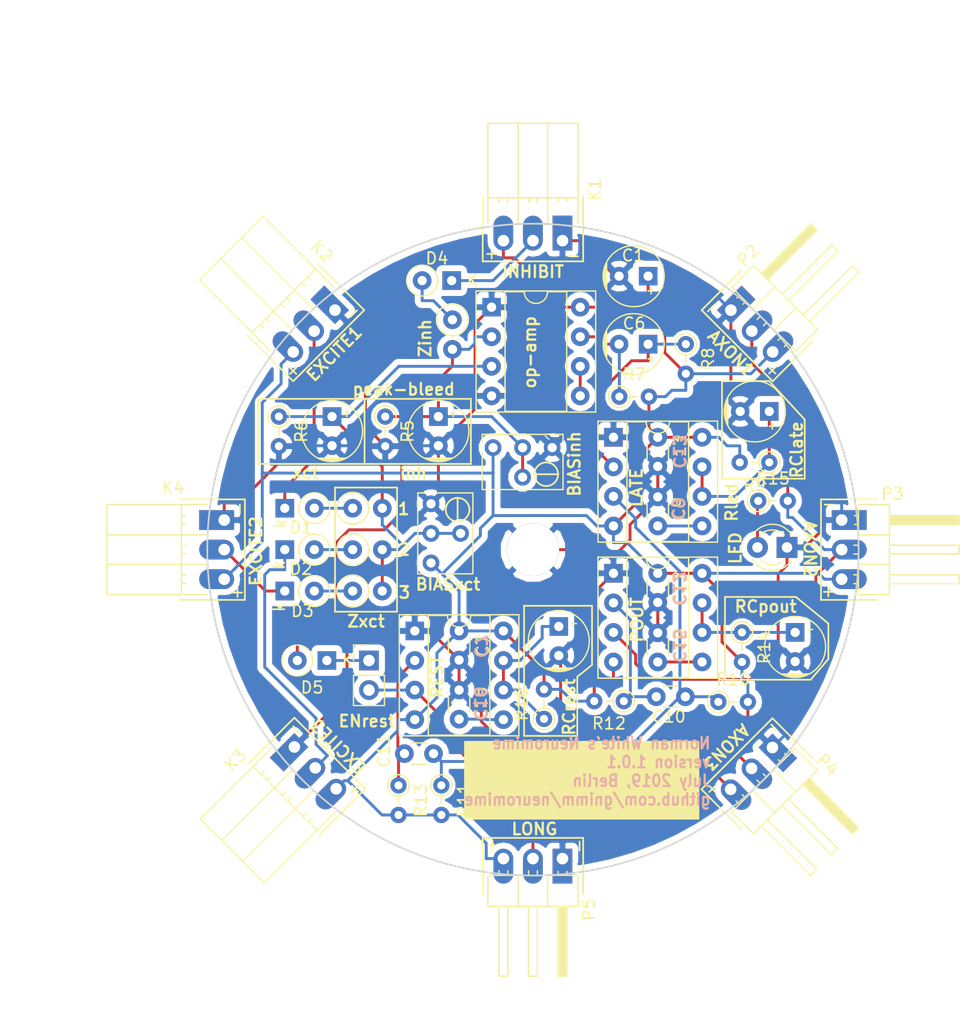
<source format=kicad_pcb>
(kicad_pcb (version 20171130) (host pcbnew 5.0.2-bee76a0~70~ubuntu18.04.1)
  (layers (0 F.Cu signal) (31 B.Cu signal hide) (34 B.Paste user hide) (35 F.Paste user hide) (36 B.SilkS user) (37 F.SilkS user) (38 B.Mask user) (39 F.Mask user) (44 Edge.Cuts user))
  (net 0 "")
  (net 1 GND)
  (net 2 VCC)
  (net 3 refractory)
  (net 4 "Net-(C5-Pad1)")
  (net 5 "Net-(C6-Pad1)")
  (net 6 "Net-(C6-Pad2)")
  (net 7 "Net-(C8-Pad1)")
  (net 8 "Net-(C9-Pad1)")
  (net 9 "Net-(C10-Pad2)")
  (net 10 "Net-(C10-Pad1)")
  (net 11 "Net-(C11-Pad1)")
  (net 12 "Net-(C15-Pad1)")
  (net 13 "Net-(C16-Pad1)")
  (net 14 "Net-(C17-Pad1)")
  (net 15 "Net-(D1-Pad2)")
  (net 16 "Net-(D1-Pad1)")
  (net 17 "Net-(D2-Pad1)")
  (net 18 "Net-(D2-Pad2)")
  (net 19 "Net-(D3-Pad2)")
  (net 20 "Net-(D3-Pad1)")
  (net 21 "Net-(D4-Pad1)")
  (net 22 "Net-(D4-Pad2)")
  (net 23 "Net-(D5-Pad1)")
  (net 24 "Net-(D6-Pad2)")
  (net 25 "Net-(P2-Pad2)")
  (net 26 "Net-(P5-Pad2)")
  (net 27 "Net-(U1-Pad5)")
  (net 28 "Net-(C14-Pad1)")
  (module flemming_feetprint_2016:CP_Radial_D5.0mm_P2.50mm_positive_symbol_inside (layer F.Cu) (at 170.32 38.1255 180)
    (fp_text reference C8 hide)
    (fp_text value Clate)
    (pad 2 thru_hole circle (at 2.5 0 180) (size 1.6 1.6) (drill 0.8) (layers *.Cu *.Mask) (net 1 GND))
    (pad 1 thru_hole rect (at 0 0 180) (size 1.6 1.6) (drill 0.8) (layers *.Cu *.Mask) (net 7 "Net-(C8-Pad1)"))
  )
  (module flemming_feetprint_2016:CP_Radial_D5.0mm_P2.50mm_positive_symbol_inside (layer F.Cu) (at 159.906 26.505 180)
    (fp_text reference C1 (at 1.2935 1.778 180) (layer F.SilkS))
    (fp_text value 10uF)
    (pad 2 thru_hole circle (at 2.5 0 180) (size 1.6 1.6) (drill 0.8) (layers *.Cu *.Mask) (net 1 GND))
    (pad 1 thru_hole rect (at 0 0 180) (size 1.6 1.6) (drill 0.8) (layers *.Cu *.Mask) (net 2 VCC))
  )
  (module flemming_feetprint_2016:CP_Radial_D5.0mm_P2.50mm_positive_symbol_inside (layer F.Cu) (at 141.872 38.57 270)
    (fp_text reference C4 hide)
    (fp_text value Cpk_inh)
    (pad 2 thru_hole circle (at 2.5 0 270) (size 1.6 1.6) (drill 0.8) (layers *.Cu *.Mask) (net 1 GND))
    (pad 1 thru_hole rect (at 0 0 270) (size 1.6 1.6) (drill 0.8) (layers *.Cu *.Mask) (net 3 refractory))
  )
  (module flemming_feetprint_2016:CP_Radial_D5.0mm_P2.50mm_positive_symbol_inside (layer F.Cu) (at 132.728 38.57 270)
    (fp_text reference C5 hide)
    (fp_text value Cpk_exct)
    (pad 2 thru_hole circle (at 2.5 0 270) (size 1.6 1.6) (drill 0.8) (layers *.Cu *.Mask) (net 1 GND))
    (pad 1 thru_hole rect (at 0 0 270) (size 1.6 1.6) (drill 0.8) (layers *.Cu *.Mask) (net 4 "Net-(C5-Pad1)"))
  )
  (module flemming_feetprint_2016:CP_Radial_D5.0mm_P2.50mm_positive_symbol_inside (layer F.Cu) (at 159.906 32.347 180)
    (fp_text reference C6 (at 1.2065 1.778) (layer F.SilkS))
    (fp_text value 1uF)
    (pad 2 thru_hole circle (at 2.5 0 180) (size 1.6 1.6) (drill 0.8) (layers *.Cu *.Mask) (net 6 "Net-(C6-Pad2)"))
    (pad 1 thru_hole rect (at 0 0 180) (size 1.6 1.6) (drill 0.8) (layers *.Cu *.Mask) (net 5 "Net-(C6-Pad1)"))
  )
  (module flemming_feetprint_2016:CP_Radial_D5.0mm_P2.50mm_positive_symbol_inside (layer F.Cu) (at 172.542 57.112 270)
    (fp_text reference C14 hide)
    (fp_text value Cpout)
    (pad 2 thru_hole circle (at 2.5 0 270) (size 1.6 1.6) (drill 0.8) (layers *.Cu *.Mask) (net 1 GND))
    (pad 1 thru_hole rect (at 0 0 270) (size 1.6 1.6) (drill 0.8) (layers *.Cu *.Mask) (net 28 "Net-(C14-Pad1)"))
  )
  (module flemming_feetprint_2016:CP_Radial_D5.0mm_P2.50mm_positive_symbol_inside (layer F.Cu) (at 152.222 56.604 270)
    (fp_text reference C17 hide)
    (fp_text value Crest)
    (pad 2 thru_hole circle (at 2.5 0 270) (size 1.6 1.6) (drill 0.8) (layers *.Cu *.Mask) (net 1 GND))
    (pad 1 thru_hole rect (at 0 0 270) (size 1.6 1.6) (drill 0.8) (layers *.Cu *.Mask) (net 14 "Net-(C17-Pad1)"))
  )
  (module flemming_feetprint_2016:PinSocket_1x03_P2.54mm_Horizontal_elongated (layer F.Cu) (at 152.54 23.457 270)
    (fp_text reference K1 (at -4.38 -2.77 270) (layer F.SilkS))
    (fp_text value inhibit)
    (fp_text user + (at 1.143 6.1595 270) (layer F.SilkS))
    (fp_text user - (at 1.27 -0.9525) (layer F.SilkS))
    (pad 3 thru_hole oval (at 0 5.08 270) (size 3 1.7) (drill 1 (offset -0.65 0)) (layers *.Cu *.Mask) (net 2 VCC))
    (pad 2 thru_hole oval (at 0 2.54 270) (size 3 1.7) (drill 1 (offset -0.65 0)) (layers *.Cu *.Mask) (net 21 "Net-(D4-Pad1)"))
    (pad 1 thru_hole rect (at 0 0 270) (size 3 1.7) (drill 1 (offset -0.65 0)) (layers *.Cu *.Mask) (net 1 GND))
  )
  (module flemming_feetprint_2016:PinSocket_1x03_P2.54mm_Horizontal_elongated (layer F.Cu) (at 132.982 29.426 315)
    (fp_text reference K2 (at -4.38 -2.77 315) (layer F.SilkS))
    (fp_text value excite)
    (fp_text user + (at 1.143 6.1595 315) (layer F.SilkS))
    (fp_text user - (at 1.27 -0.9525 45) (layer F.SilkS))
    (pad 3 thru_hole oval (at 0 5.079999 315) (size 3 1.7) (drill 1 (offset -0.65 0)) (layers *.Cu *.Mask) (net 2 VCC))
    (pad 2 thru_hole oval (at 0 2.54 315) (size 3 1.7) (drill 1 (offset -0.65 0)) (layers *.Cu *.Mask) (net 16 "Net-(D1-Pad1)"))
    (pad 1 thru_hole rect (at 0 0 315) (size 3 1.7) (drill 1 (offset -0.65 0)) (layers *.Cu *.Mask) (net 1 GND))
  )
  (module flemming_feetprint_2016:PinSocket_1x03_P2.54mm_Horizontal_elongated (layer F.Cu) (at 129.49 66.9545 45)
    (fp_text reference K3 (at -4.38 -2.77 45) (layer F.SilkS))
    (fp_text value excite)
    (fp_text user + (at 1.143 6.1595 45) (layer F.SilkS))
    (fp_text user - (at 1.27 -0.9525 135) (layer F.SilkS))
    (pad 3 thru_hole oval (at 0 5.079999 45) (size 3 1.7) (drill 1 (offset -0.65 0)) (layers *.Cu *.Mask) (net 2 VCC))
    (pad 2 thru_hole oval (at 0 2.54 45) (size 3 1.7) (drill 1 (offset -0.65 0)) (layers *.Cu *.Mask) (net 17 "Net-(D2-Pad1)"))
    (pad 1 thru_hole rect (at 0 0 45) (size 3 1.7) (drill 1 (offset -0.65 0)) (layers *.Cu *.Mask) (net 1 GND))
  )
  (module flemming_feetprint_2016:PinSocket_1x03_P2.54mm_Horizontal_elongated (layer F.Cu) (at 123.457 47.46)
    (fp_text reference K4 (at -4.38 -2.77) (layer F.SilkS))
    (fp_text value excite)
    (fp_text user + (at 1.143 6.1595) (layer F.SilkS))
    (fp_text user - (at 1.27 -0.9525 90) (layer F.SilkS))
    (pad 3 thru_hole oval (at 0 5.08) (size 3 1.7) (drill 1 (offset -0.65 0)) (layers *.Cu *.Mask) (net 2 VCC))
    (pad 2 thru_hole oval (at 0 2.54) (size 3 1.7) (drill 1 (offset -0.65 0)) (layers *.Cu *.Mask) (net 20 "Net-(D3-Pad1)"))
    (pad 1 thru_hole rect (at 0 0) (size 3 1.7) (drill 1 (offset -0.65 0)) (layers *.Cu *.Mask) (net 1 GND))
  )
  (module flemming_feetprint_2016:R_Axial_DIN0207_L6.3mm_D2.5mm_P2.54mm_Vertical_pad_numbers_reversed (layer F.Cu) (at 134.506 50)
    (fp_text reference R2 hide)
    (fp_text value Zxct)
    (pad 1 thru_hole oval (at 2.54 0) (size 1.6 1.6) (drill 0.8) (layers *.Cu *.Mask) (net 4 "Net-(C5-Pad1)"))
    (pad 2 thru_hole circle (at 0 0) (size 1.6 1.6) (drill 0.8) (layers *.Cu *.Mask) (net 18 "Net-(D2-Pad2)"))
  )
  (module flemming_feetprint_2016:R_Axial_DIN0207_L6.3mm_D2.5mm_P2.54mm_Vertical_pad_numbers_reversed (layer F.Cu) (at 134.506 46.444)
    (fp_text reference R1 hide)
    (fp_text value Zxct)
    (pad 1 thru_hole oval (at 2.54 0) (size 1.6 1.6) (drill 0.8) (layers *.Cu *.Mask) (net 4 "Net-(C5-Pad1)"))
    (pad 2 thru_hole circle (at 0 0) (size 1.6 1.6) (drill 0.8) (layers *.Cu *.Mask) (net 15 "Net-(D1-Pad2)"))
  )
  (module flemming_feetprint_2016:R_Axial_DIN0207_L6.3mm_D2.5mm_P2.54mm_Vertical_pad_numbers_reversed (layer F.Cu) (at 134.506 53.556)
    (fp_text reference R3 hide)
    (fp_text value Zxct)
    (pad 1 thru_hole oval (at 2.54 0) (size 1.6 1.6) (drill 0.8) (layers *.Cu *.Mask) (net 4 "Net-(C5-Pad1)"))
    (pad 2 thru_hole circle (at 0 0) (size 1.6 1.6) (drill 0.8) (layers *.Cu *.Mask) (net 19 "Net-(D3-Pad2)"))
  )
  (module flemming_feetprint_2016:R_Axial_DIN0207_L6.3mm_D2.5mm_P2.54mm_Vertical_pad_numbers_reversed (layer F.Cu) (at 143.078 30.2515 270)
    (fp_text reference R4 hide)
    (fp_text value Zinh)
    (pad 1 thru_hole oval (at 2.54 0 270) (size 1.6 1.6) (drill 0.8) (layers *.Cu *.Mask) (net 3 refractory))
    (pad 2 thru_hole circle (at 0 0 270) (size 1.6 1.6) (drill 0.8) (layers *.Cu *.Mask) (net 22 "Net-(D4-Pad2)"))
  )
  (module LED_THT:LED_D3.0mm (layer F.Cu) (at 171.844 49.8095 180)
    (fp_text reference D6 hide)
    (fp_text value LED)
    (pad 2 thru_hole circle (at 2.54 0 180) (size 1.8 1.8) (drill 0.9) (layers *.Cu *.Mask) (net 24 "Net-(D6-Pad2)"))
    (pad 1 thru_hole rect (at 0 0 180) (size 1.8 1.8) (drill 0.9) (layers *.Cu *.Mask) (net 1 GND))
  )
  (module Connector_PinHeader_2.54mm:PinHeader_1x02_P2.54mm_Vertical (layer F.Cu) (at 135.903 59.525)
    (fp_text reference W3 hide)
    (fp_text value ENrest)
    (pad 2 thru_hole oval (at 0 2.54) (size 1.7 1.7) (drill 1) (layers *.Cu *.Mask) (net 26 "Net-(P5-Pad2)"))
    (pad 1 thru_hole rect (at 0 0) (size 1.7 1.7) (drill 1) (layers *.Cu *.Mask) (net 23 "Net-(D5-Pad1)"))
  )
  (module Package_DIP:DIP-8_W7.62mm_Socket (layer F.Cu) (at 139.84 56.985)
    (fp_text reference U4 hide)
    (fp_text value 555rest)
    (pad 8 thru_hole oval (at 7.62 0) (size 1.6 1.6) (drill 0.8) (layers *.Cu *.Mask) (net 2 VCC))
    (pad 4 thru_hole oval (at 0 7.62) (size 1.6 1.6) (drill 0.8) (layers *.Cu *.Mask) (net 2 VCC))
    (pad 7 thru_hole oval (at 7.62 2.54) (size 1.6 1.6) (drill 0.8) (layers *.Cu *.Mask) (net 14 "Net-(C17-Pad1)"))
    (pad 3 thru_hole oval (at 0 5.08) (size 1.6 1.6) (drill 0.8) (layers *.Cu *.Mask) (net 26 "Net-(P5-Pad2)"))
    (pad 6 thru_hole oval (at 7.62 5.08) (size 1.6 1.6) (drill 0.8) (layers *.Cu *.Mask) (net 14 "Net-(C17-Pad1)"))
    (pad 2 thru_hole oval (at 0 2.54) (size 1.6 1.6) (drill 0.8) (layers *.Cu *.Mask) (net 11 "Net-(C11-Pad1)"))
    (pad 5 thru_hole oval (at 7.62 7.62) (size 1.6 1.6) (drill 0.8) (layers *.Cu *.Mask) (net 13 "Net-(C16-Pad1)"))
    (pad 1 thru_hole rect (at 0 0) (size 1.6 1.6) (drill 0.8) (layers *.Cu *.Mask) (net 1 GND))
  )
  (module Capacitor_THT:C_Disc_D3.0mm_W1.6mm_P2.50mm (layer F.Cu) (at 138.951 67.526)
    (fp_text reference C11 (at -1.778 -0.254 90) (layer F.SilkS))
    (fp_text value 0.1uF)
    (pad 2 thru_hole circle (at 2.5 0) (size 1.6 1.6) (drill 0.8) (layers *.Cu *.Mask) (net 9 "Net-(C10-Pad2)"))
    (pad 1 thru_hole circle (at 0 0) (size 1.6 1.6) (drill 0.8) (layers *.Cu *.Mask) (net 11 "Net-(C11-Pad1)"))
  )
  (module Capacitor_THT:C_Disc_D3.0mm_W1.6mm_P2.50mm (layer F.Cu) (at 160.732 52.032 270)
    (fp_text reference C12 (at 1.25 -1.841 270) (layer F.SilkS))
    (fp_text value 0.1uF hide)
    (pad 2 thru_hole circle (at 2.5 0 270) (size 1.6 1.6) (drill 0.8) (layers *.Cu *.Mask) (net 1 GND))
    (pad 1 thru_hole circle (at 0 0 270) (size 1.6 1.6) (drill 0.8) (layers *.Cu *.Mask) (net 2 VCC))
  )
  (module Capacitor_THT:C_Disc_D3.0mm_W1.6mm_P2.50mm (layer F.Cu) (at 160.732 40.348 270)
    (fp_text reference C13 (at 1.25 -1.9045 270) (layer F.SilkS))
    (fp_text value 0.1uF hide)
    (pad 2 thru_hole circle (at 2.5 0 270) (size 1.6 1.6) (drill 0.8) (layers *.Cu *.Mask) (net 1 GND))
    (pad 1 thru_hole circle (at 0 0 270) (size 1.6 1.6) (drill 0.8) (layers *.Cu *.Mask) (net 2 VCC))
  )
  (module Capacitor_THT:C_Disc_D3.0mm_W1.6mm_P2.50mm (layer F.Cu) (at 160.732 59.652 90)
    (fp_text reference C15 (at 1.4605 1.9045 90) (layer F.SilkS))
    (fp_text value 0.1uF hide)
    (pad 2 thru_hole circle (at 2.5 0 90) (size 1.6 1.6) (drill 0.8) (layers *.Cu *.Mask) (net 1 GND))
    (pad 1 thru_hole circle (at 0 0 90) (size 1.6 1.6) (drill 0.8) (layers *.Cu *.Mask) (net 12 "Net-(C15-Pad1)"))
  )
  (module Capacitor_THT:C_Disc_D3.0mm_W1.6mm_P2.50mm (layer F.Cu) (at 143.65 64.565 90)
    (fp_text reference C16 (at 1.357 1.8415 90) (layer F.SilkS))
    (fp_text value 0.1uF hide)
    (pad 2 thru_hole circle (at 2.5 0 90) (size 1.6 1.6) (drill 0.8) (layers *.Cu *.Mask) (net 1 GND))
    (pad 1 thru_hole circle (at 0 0 90) (size 1.6 1.6) (drill 0.8) (layers *.Cu *.Mask) (net 13 "Net-(C16-Pad1)"))
  )
  (module Package_DIP:DIP-8_W7.62mm_Socket (layer F.Cu) (at 146.444 29.172)
    (fp_text reference U1 hide)
    (fp_text value LM311)
    (pad 8 thru_hole oval (at 7.62 0) (size 1.6 1.6) (drill 0.8) (layers *.Cu *.Mask) (net 2 VCC))
    (pad 4 thru_hole oval (at 0 7.62) (size 1.6 1.6) (drill 0.8) (layers *.Cu *.Mask) (net 1 GND))
    (pad 7 thru_hole oval (at 7.62 2.54) (size 1.6 1.6) (drill 0.8) (layers *.Cu *.Mask) (net 6 "Net-(C6-Pad2)"))
    (pad 3 thru_hole oval (at 0 5.08) (size 1.6 1.6) (drill 0.8) (layers *.Cu *.Mask) (net 4 "Net-(C5-Pad1)"))
    (pad 6 thru_hole oval (at 7.62 5.08) (size 1.6 1.6) (drill 0.8) (layers *.Cu *.Mask) (net 27 "Net-(U1-Pad5)"))
    (pad 2 thru_hole oval (at 0 2.54) (size 1.6 1.6) (drill 0.8) (layers *.Cu *.Mask) (net 3 refractory))
    (pad 5 thru_hole oval (at 7.62 7.62) (size 1.6 1.6) (drill 0.8) (layers *.Cu *.Mask) (net 27 "Net-(U1-Pad5)"))
    (pad 1 thru_hole rect (at 0 0) (size 1.6 1.6) (drill 0.8) (layers *.Cu *.Mask) (net 1 GND))
  )
  (module Package_DIP:DIP-8_W7.62mm_Socket (layer F.Cu) (at 156.922 40.348)
    (fp_text reference U2 hide)
    (fp_text value 555late)
    (pad 8 thru_hole oval (at 7.62 0) (size 1.6 1.6) (drill 0.8) (layers *.Cu *.Mask) (net 2 VCC))
    (pad 4 thru_hole oval (at 0 7.62) (size 1.6 1.6) (drill 0.8) (layers *.Cu *.Mask) (net 2 VCC))
    (pad 7 thru_hole oval (at 7.62 2.54) (size 1.6 1.6) (drill 0.8) (layers *.Cu *.Mask) (net 7 "Net-(C8-Pad1)"))
    (pad 3 thru_hole oval (at 0 5.08) (size 1.6 1.6) (drill 0.8) (layers *.Cu *.Mask) (net 9 "Net-(C10-Pad2)"))
    (pad 6 thru_hole oval (at 7.62 5.08) (size 1.6 1.6) (drill 0.8) (layers *.Cu *.Mask) (net 7 "Net-(C8-Pad1)"))
    (pad 2 thru_hole oval (at 0 2.54) (size 1.6 1.6) (drill 0.8) (layers *.Cu *.Mask) (net 5 "Net-(C6-Pad1)"))
    (pad 5 thru_hole oval (at 7.62 7.62) (size 1.6 1.6) (drill 0.8) (layers *.Cu *.Mask) (net 8 "Net-(C9-Pad1)"))
    (pad 1 thru_hole rect (at 0 0) (size 1.6 1.6) (drill 0.8) (layers *.Cu *.Mask) (net 1 GND))
  )
  (module Package_DIP:DIP-8_W7.62mm_Socket (layer F.Cu) (at 156.922 52.032)
    (fp_text reference U3 hide)
    (fp_text value 555pout)
    (pad 8 thru_hole oval (at 7.62 0) (size 1.6 1.6) (drill 0.8) (layers *.Cu *.Mask) (net 2 VCC))
    (pad 4 thru_hole oval (at 0 7.62) (size 1.6 1.6) (drill 0.8) (layers *.Cu *.Mask) (net 2 VCC))
    (pad 7 thru_hole oval (at 7.62 2.54) (size 1.6 1.6) (drill 0.8) (layers *.Cu *.Mask) (net 28 "Net-(C14-Pad1)"))
    (pad 3 thru_hole oval (at 0 5.08) (size 1.6 1.6) (drill 0.8) (layers *.Cu *.Mask) (net 25 "Net-(P2-Pad2)"))
    (pad 6 thru_hole oval (at 7.62 5.08) (size 1.6 1.6) (drill 0.8) (layers *.Cu *.Mask) (net 28 "Net-(C14-Pad1)"))
    (pad 2 thru_hole oval (at 0 2.54) (size 1.6 1.6) (drill 0.8) (layers *.Cu *.Mask) (net 10 "Net-(C10-Pad1)"))
    (pad 5 thru_hole oval (at 7.62 7.62) (size 1.6 1.6) (drill 0.8) (layers *.Cu *.Mask) (net 12 "Net-(C15-Pad1)"))
    (pad 1 thru_hole rect (at 0 0) (size 1.6 1.6) (drill 0.8) (layers *.Cu *.Mask) (net 1 GND))
  )
  (module Capacitor_THT:C_Disc_D3.0mm_W1.6mm_P2.50mm (layer F.Cu) (at 143.65 56.985 270)
    (fp_text reference C7 (at 1.25 -2.05 270) (layer F.SilkS))
    (fp_text value 0.1uF hide)
    (pad 2 thru_hole circle (at 2.5 0 270) (size 1.6 1.6) (drill 0.8) (layers *.Cu *.Mask) (net 1 GND))
    (pad 1 thru_hole circle (at 0 0 270) (size 1.6 1.6) (drill 0.8) (layers *.Cu *.Mask) (net 2 VCC))
  )
  (module Capacitor_THT:C_Disc_D3.0mm_W1.6mm_P2.50mm (layer F.Cu) (at 160.732 47.968 90)
    (fp_text reference C9 (at 1.524 1.841 90) (layer F.SilkS))
    (fp_text value 0.1uF hide)
    (pad 2 thru_hole circle (at 2.5 0 90) (size 1.6 1.6) (drill 0.8) (layers *.Cu *.Mask) (net 1 GND))
    (pad 1 thru_hole circle (at 0 0 90) (size 1.6 1.6) (drill 0.8) (layers *.Cu *.Mask) (net 8 "Net-(C9-Pad1)"))
  )
  (module Capacitor_THT:C_Disc_D3.0mm_W1.6mm_P2.50mm (layer F.Cu) (at 160.604 62.6365)
    (fp_text reference C10 (at 1.0795 1.7145) (layer F.SilkS))
    (fp_text value 0.1uF)
    (pad 2 thru_hole circle (at 2.5 0) (size 1.6 1.6) (drill 0.8) (layers *.Cu *.Mask) (net 9 "Net-(C10-Pad2)"))
    (pad 1 thru_hole circle (at 0 0) (size 1.6 1.6) (drill 0.8) (layers *.Cu *.Mask) (net 10 "Net-(C10-Pad1)"))
  )
  (module flemming_feetprint_2016:PinHeader_1x03_P2.54mm_Horizontal_elomgated_pads (layer F.Cu) (at 167.018 29.426 45)
    (fp_text reference P2 (at 4.385 -2.27 45) (layer F.SilkS))
    (fp_text value axon)
    (fp_text user - (at -1.0795 -1.397 45) (layer F.SilkS))
    (fp_text user + (at -1.143 6.096 45) (layer F.SilkS))
    (pad 3 thru_hole oval (at 0 5.079999 45) (size 3 1.7) (drill 1 (offset 0.65 0)) (layers *.Cu *.Mask) (net 2 VCC))
    (pad 2 thru_hole oval (at 0 2.54 45) (size 3 1.7) (drill 1 (offset 0.65 0)) (layers *.Cu *.Mask) (net 25 "Net-(P2-Pad2)"))
    (pad 1 thru_hole rect (at 0 0 45) (size 3 1.7) (drill 1 (offset 0.65 0)) (layers *.Cu *.Mask) (net 1 GND))
  )
  (module flemming_feetprint_2016:PinHeader_1x03_P2.54mm_Horizontal_elomgated_pads (layer F.Cu) (at 176.543 47.46)
    (fp_text reference P3 (at 4.385 -2.27) (layer F.SilkS))
    (fp_text value axon)
    (fp_text user + (at -1.143 6.096) (layer F.SilkS))
    (fp_text user - (at -1.0795 -1.397) (layer F.SilkS))
    (pad 1 thru_hole rect (at 0 0) (size 3 1.7) (drill 1 (offset 0.65 0)) (layers *.Cu *.Mask) (net 1 GND))
    (pad 2 thru_hole oval (at 0 2.54) (size 3 1.7) (drill 1 (offset 0.65 0)) (layers *.Cu *.Mask) (net 25 "Net-(P2-Pad2)"))
    (pad 3 thru_hole oval (at 0 5.079999) (size 3 1.7) (drill 1 (offset 0.65 0)) (layers *.Cu *.Mask) (net 2 VCC))
  )
  (module flemming_feetprint_2016:PinHeader_1x03_P2.54mm_Horizontal_elomgated_pads (layer F.Cu) (at 170.592 66.9999 315)
    (fp_text reference P4 (at 4.385 -2.27 315) (layer F.SilkS))
    (fp_text value axon)
    (fp_text user - (at -1.0795 -1.397 315) (layer F.SilkS))
    (fp_text user + (at -1.143 6.096 315) (layer F.SilkS))
    (pad 3 thru_hole oval (at 0 5.079999 315) (size 3 1.7) (drill 1 (offset 0.65 0)) (layers *.Cu *.Mask) (net 2 VCC))
    (pad 2 thru_hole oval (at 0 2.54 315) (size 3 1.7) (drill 1 (offset 0.65 0)) (layers *.Cu *.Mask) (net 25 "Net-(P2-Pad2)"))
    (pad 1 thru_hole rect (at 0 0 315) (size 3 1.7) (drill 1 (offset 0.65 0)) (layers *.Cu *.Mask) (net 1 GND))
  )
  (module flemming_feetprint_2016:PinHeader_1x03_P2.54mm_Horizontal_elomgated_pads (layer F.Cu) (at 152.54 76.543 270)
    (fp_text reference P5 (at 4.385 -2.27 270) (layer F.SilkS))
    (fp_text value long)
    (fp_text user + (at -1.143 6.096 270) (layer F.SilkS))
    (fp_text user - (at -1.0795 -1.397 270) (layer F.SilkS))
    (pad 1 thru_hole rect (at 0 0 270) (size 3 1.7) (drill 1 (offset 0.65 0)) (layers *.Cu *.Mask) (net 1 GND))
    (pad 2 thru_hole oval (at 0 2.54 270) (size 3 1.7) (drill 1 (offset 0.65 0)) (layers *.Cu *.Mask) (net 26 "Net-(P5-Pad2)"))
    (pad 3 thru_hole oval (at 0 5.079999 270) (size 3 1.7) (drill 1 (offset 0.65 0)) (layers *.Cu *.Mask) (net 2 VCC))
  )
  (module flemming_feetprint_2016:Potentiometer_Bourns_3266W_Vertical_pin_variation (layer F.Cu) (at 151.651 41.237)
    (fp_text reference RV1 hide)
    (fp_text value BIASinh)
    (pad 2 thru_hole circle (at -2.54 0) (size 1.44 1.44) (drill 0.8) (layers *.Cu *.Mask) (net 3 refractory))
    (pad 1 thru_hole circle (at 0 0) (size 1.44 1.44) (drill 0.8) (layers *.Cu *.Mask) (net 1 GND))
    (pad 2 thru_hole circle (at -2.54 2.54) (size 1.44 1.44) (drill 0.8) (layers *.Cu *.Mask) (net 3 refractory))
    (pad 3 thru_hole circle (at -5.08 0) (size 1.44 1.44) (drill 0.8) (layers *.Cu *.Mask) (net 2 VCC))
  )
  (module flemming_feetprint_2016:Potentiometer_Bourns_3266W_Vertical_pin_variation (layer F.Cu) (at 141.237 46.063 90)
    (fp_text reference RV2 hide)
    (fp_text value BIASxct)
    (pad 3 thru_hole circle (at -5.08 0 90) (size 1.44 1.44) (drill 0.8) (layers *.Cu *.Mask) (net 2 VCC))
    (pad 2 thru_hole circle (at -2.54 2.54 90) (size 1.44 1.44) (drill 0.8) (layers *.Cu *.Mask) (net 4 "Net-(C5-Pad1)"))
    (pad 1 thru_hole circle (at 0 0 90) (size 1.44 1.44) (drill 0.8) (layers *.Cu *.Mask) (net 1 GND))
    (pad 2 thru_hole circle (at -2.54 0 90) (size 1.44 1.44) (drill 0.8) (layers *.Cu *.Mask) (net 4 "Net-(C5-Pad1)"))
  )
  (module flemming_feetprint_2019:MountingHole_4.5mm_PTH (layer F.Cu) (at 150 50)
    (fp_text reference P1 hide)
    (fp_text value mnt hide)
    (pad 1 thru_hole circle (at 0 0) (size 4.5 4.5) (drill 4.5) (layers *.Cu *.Mask) (net 1 GND))
  )
  (module Diode_THT:D_DO-35_SOD27_P2.54mm_Vertical_KathodeUp (layer F.Cu) (at 128.664 46.444)
    (fp_text reference D1 (at 1.397 1.651) (layer F.SilkS))
    (fp_text value 1N4148)
    (fp_text user k (at -0.381 1.3335 90) (layer F.SilkS))
    (pad 1 thru_hole rect (at 0 0) (size 1.6 1.6) (drill 0.8) (layers *.Cu *.Mask) (net 16 "Net-(D1-Pad1)"))
    (pad 2 thru_hole oval (at 2.54 0) (size 1.6 1.6) (drill 0.8) (layers *.Cu *.Mask) (net 15 "Net-(D1-Pad2)"))
  )
  (module Diode_THT:D_DO-35_SOD27_P2.54mm_Vertical_KathodeUp (layer F.Cu) (at 128.664 50)
    (fp_text reference D2 (at 1.397 1.651) (layer F.SilkS))
    (fp_text value 1N4148)
    (fp_text user k (at -0.508 1.3335 90) (layer F.SilkS))
    (pad 2 thru_hole oval (at 2.54 0) (size 1.6 1.6) (drill 0.8) (layers *.Cu *.Mask) (net 18 "Net-(D2-Pad2)"))
    (pad 1 thru_hole rect (at 0 0) (size 1.6 1.6) (drill 0.8) (layers *.Cu *.Mask) (net 17 "Net-(D2-Pad1)"))
  )
  (module Diode_THT:D_DO-35_SOD27_P2.54mm_Vertical_KathodeUp (layer F.Cu) (at 128.664 53.556)
    (fp_text reference D3 (at 1.524 1.7145) (layer F.SilkS))
    (fp_text value 1N4148)
    (fp_text user k (at -0.508 1.397 90) (layer F.SilkS))
    (pad 1 thru_hole rect (at 0 0) (size 1.6 1.6) (drill 0.8) (layers *.Cu *.Mask) (net 20 "Net-(D3-Pad1)"))
    (pad 2 thru_hole oval (at 2.54 0) (size 1.6 1.6) (drill 0.8) (layers *.Cu *.Mask) (net 19 "Net-(D3-Pad2)"))
  )
  (module Diode_THT:D_DO-35_SOD27_P2.54mm_Vertical_KathodeUp (layer F.Cu) (at 143.015 26.886 180)
    (fp_text reference D4 (at 1.27 1.905 180) (layer F.SilkS))
    (fp_text value 1N4148)
    (fp_text user K (at -1.8 0 180) (layer F.SilkS))
    (pad 1 thru_hole rect (at 0 0 180) (size 1.6 1.6) (drill 0.8) (layers *.Cu *.Mask) (net 21 "Net-(D4-Pad1)"))
    (pad 2 thru_hole oval (at 2.54 0 180) (size 1.6 1.6) (drill 0.8) (layers *.Cu *.Mask) (net 22 "Net-(D4-Pad2)"))
  )
  (module Diode_THT:D_DO-35_SOD27_P2.54mm_Vertical_KathodeUp (layer F.Cu) (at 132.284 59.525 180)
    (fp_text reference D5 (at 1.27 -2.326371 180) (layer F.SilkS))
    (fp_text value 1N4148)
    (fp_text user K (at -1.8 0 180) (layer F.SilkS))
    (pad 2 thru_hole oval (at 2.54 0 180) (size 1.6 1.6) (drill 0.8) (layers *.Cu *.Mask) (net 3 refractory))
    (pad 1 thru_hole rect (at 0 0 180) (size 1.6 1.6) (drill 0.8) (layers *.Cu *.Mask) (net 23 "Net-(D5-Pad1)"))
  )
  (module Resistor_THT:R_Axial_DIN0204_L3.6mm_D1.6mm_P2.54mm_Vertical (layer F.Cu) (at 137.3 38.57 270)
    (fp_text reference R5 (at 1.27 -1.92 270) (layer F.SilkS))
    (fp_text value Rbld_inh)
    (pad 2 thru_hole oval (at 2.54 0 270) (size 1.4 1.4) (drill 0.7) (layers *.Cu *.Mask) (net 1 GND))
    (pad 1 thru_hole circle (at 0 0 270) (size 1.4 1.4) (drill 0.7) (layers *.Cu *.Mask) (net 3 refractory))
  )
  (module Resistor_THT:R_Axial_DIN0204_L3.6mm_D1.6mm_P2.54mm_Vertical (layer F.Cu) (at 128.156 38.57 270)
    (fp_text reference R6 (at 1.27 -1.92 270) (layer F.SilkS))
    (fp_text value Rbld_xct)
    (pad 1 thru_hole circle (at 0 0 270) (size 1.4 1.4) (drill 0.7) (layers *.Cu *.Mask) (net 4 "Net-(C5-Pad1)"))
    (pad 2 thru_hole oval (at 2.54 0 270) (size 1.4 1.4) (drill 0.7) (layers *.Cu *.Mask) (net 1 GND))
  )
  (module Resistor_THT:R_Axial_DIN0204_L3.6mm_D1.6mm_P2.54mm_Vertical (layer F.Cu) (at 157.43 36.8555)
    (fp_text reference R7 (at 1.27 -1.92) (layer F.SilkS))
    (fp_text value 27K)
    (pad 1 thru_hole circle (at 0 0) (size 1.4 1.4) (drill 0.7) (layers *.Cu *.Mask) (net 6 "Net-(C6-Pad2)"))
    (pad 2 thru_hole oval (at 2.54 0) (size 1.4 1.4) (drill 0.7) (layers *.Cu *.Mask) (net 2 VCC))
  )
  (module Resistor_THT:R_Axial_DIN0204_L3.6mm_D1.6mm_P2.54mm_Vertical (layer F.Cu) (at 163.144 32.347 270)
    (fp_text reference R8 (at 1.27 -1.92 270) (layer F.SilkS))
    (fp_text value 10K)
    (pad 1 thru_hole circle (at 0 0 270) (size 1.4 1.4) (drill 0.7) (layers *.Cu *.Mask) (net 5 "Net-(C6-Pad1)"))
    (pad 2 thru_hole oval (at 2.54 0 270) (size 1.4 1.4) (drill 0.7) (layers *.Cu *.Mask) (net 2 VCC))
  )
  (module Resistor_THT:R_Axial_DIN0204_L3.6mm_D1.6mm_P2.54mm_Vertical (layer F.Cu) (at 170.32 42.507 180)
    (fp_text reference R9 (at 1.27 -1.92 180) (layer F.SilkS))
    (fp_text value Rlate)
    (pad 1 thru_hole circle (at 0 0 180) (size 1.4 1.4) (drill 0.7) (layers *.Cu *.Mask) (net 7 "Net-(C8-Pad1)"))
    (pad 2 thru_hole oval (at 2.54 0 180) (size 1.4 1.4) (drill 0.7) (layers *.Cu *.Mask) (net 2 VCC))
  )
  (module Resistor_THT:R_Axial_DIN0204_L3.6mm_D1.6mm_P2.54mm_Vertical (layer F.Cu) (at 165.938 63.081)
    (fp_text reference R10 (at 1.27 -1.92) (layer F.SilkS))
    (fp_text value 10K)
    (pad 2 thru_hole oval (at 2.54 0) (size 1.4 1.4) (drill 0.7) (layers *.Cu *.Mask) (net 2 VCC))
    (pad 1 thru_hole circle (at 0 0) (size 1.4 1.4) (drill 0.7) (layers *.Cu *.Mask) (net 9 "Net-(C10-Pad2)"))
  )
  (module Resistor_THT:R_Axial_DIN0204_L3.6mm_D1.6mm_P2.54mm_Vertical (layer F.Cu) (at 142.126 70.2565 270)
    (fp_text reference R11 (at 1.27 -1.92 270) (layer F.SilkS))
    (fp_text value 10K)
    (pad 2 thru_hole oval (at 2.54 0 270) (size 1.4 1.4) (drill 0.7) (layers *.Cu *.Mask) (net 2 VCC))
    (pad 1 thru_hole circle (at 0 0 270) (size 1.4 1.4) (drill 0.7) (layers *.Cu *.Mask) (net 9 "Net-(C10-Pad2)"))
  )
  (module Resistor_THT:R_Axial_DIN0204_L3.6mm_D1.6mm_P2.54mm_Vertical (layer F.Cu) (at 157.81 63.0175 180)
    (fp_text reference R12 (at 1.27 -1.92 180) (layer F.SilkS))
    (fp_text value 10K)
    (pad 2 thru_hole oval (at 2.54 0 180) (size 1.4 1.4) (drill 0.7) (layers *.Cu *.Mask) (net 2 VCC))
    (pad 1 thru_hole circle (at 0 0 180) (size 1.4 1.4) (drill 0.7) (layers *.Cu *.Mask) (net 10 "Net-(C10-Pad1)"))
  )
  (module Resistor_THT:R_Axial_DIN0204_L3.6mm_D1.6mm_P2.54mm_Vertical (layer F.Cu) (at 138.443 70.2565 270)
    (fp_text reference R13 (at 1.27 -1.92 270) (layer F.SilkS))
    (fp_text value 10K)
    (pad 1 thru_hole circle (at 0 0 270) (size 1.4 1.4) (drill 0.7) (layers *.Cu *.Mask) (net 11 "Net-(C11-Pad1)"))
    (pad 2 thru_hole oval (at 2.54 0 270) (size 1.4 1.4) (drill 0.7) (layers *.Cu *.Mask) (net 2 VCC))
  )
  (module Resistor_THT:R_Axial_DIN0204_L3.6mm_D1.6mm_P2.54mm_Vertical (layer F.Cu) (at 167.97 57.112 270)
    (fp_text reference R14 (at 1.27 -1.92 270) (layer F.SilkS))
    (fp_text value Rpout)
    (pad 2 thru_hole oval (at 2.54 0 270) (size 1.4 1.4) (drill 0.7) (layers *.Cu *.Mask) (net 2 VCC))
    (pad 1 thru_hole circle (at 0 0 270) (size 1.4 1.4) (drill 0.7) (layers *.Cu *.Mask) (net 28 "Net-(C14-Pad1)"))
  )
  (module Resistor_THT:R_Axial_DIN0204_L3.6mm_D1.6mm_P2.54mm_Vertical (layer F.Cu) (at 169.368 45.809)
    (fp_text reference R15 (at 1.27 -1.92) (layer F.SilkS))
    (fp_text value Rled)
    (pad 2 thru_hole oval (at 2.54 0) (size 1.4 1.4) (drill 0.7) (layers *.Cu *.Mask) (net 25 "Net-(P2-Pad2)"))
    (pad 1 thru_hole circle (at 0 0) (size 1.4 1.4) (drill 0.7) (layers *.Cu *.Mask) (net 24 "Net-(D6-Pad2)"))
  )
  (module Resistor_THT:R_Axial_DIN0204_L3.6mm_D1.6mm_P2.54mm_Vertical (layer F.Cu) (at 150.952 64.5415 90)
    (fp_text reference R16 (at 1.27 -1.92 90) (layer F.SilkS))
    (fp_text value Rrest)
    (pad 1 thru_hole circle (at 0 0 90) (size 1.4 1.4) (drill 0.7) (layers *.Cu *.Mask) (net 14 "Net-(C17-Pad1)"))
    (pad 2 thru_hole oval (at 2.54 0 90) (size 1.4 1.4) (drill 0.7) (layers *.Cu *.Mask) (net 2 VCC))
  )
  (gr_line (start 132.982 55.334) (end 138.062 55.334) (layer F.SilkS) (width 0.15))
  (gr_line (start 132.982 44.666) (end 138.062 44.666) (layer F.SilkS) (width 0.15))
  (gr_text "Norman White's Neuromime\nversion 1.0.1\nJuly 2019, Berlin\ngithub.com/gnimm/neuromime\n" (at 165.367 69.05) (layer B.SilkS) (effects (font (size 1 0.9) (thickness 0.2)) (justify left mirror)))
  (gr_line (start 175.4 59.398) (end 175.4 56.35) (layer F.SilkS) (width 0.15))
  (gr_line (start 173.876 61.176) (end 175.4 59.398) (layer F.SilkS) (width 0.15))
  (gr_line (start 172.606 61.176) (end 173.876 61.176) (layer F.SilkS) (width 0.15))
  (gr_line (start 172.606 54.064) (end 175.4 56.35) (layer F.SilkS) (width 0.15))
  (gr_line (start 172.352 54.064) (end 172.606 54.064) (layer F.SilkS) (width 0.15))
  (gr_line (start 166.51 54.064) (end 172.352 54.064) (layer F.SilkS) (width 0.15))
  (gr_line (start 166.51 61.176) (end 166.51 54.064) (layer F.SilkS) (width 0.15))
  (gr_line (start 172.606 61.176) (end 166.51 61.176) (layer F.SilkS) (width 0.15))
  (gr_line (start 173.368 38.824) (end 173.368 43.904) (layer F.SilkS) (width 0.15))
  (gr_line (start 170.32 35.522) (end 173.368 38.824) (layer F.SilkS) (width 0.15))
  (gr_line (start 166.256 35.522) (end 170.32 35.522) (layer F.SilkS) (width 0.15))
  (gr_line (start 166.256 43.904) (end 166.256 35.522) (layer F.SilkS) (width 0.15))
  (gr_line (start 173.368 43.904) (end 166.256 43.904) (layer F.SilkS) (width 0.15))
  (gr_text LED (at 167.399 49.873 90) (layer F.SilkS) (effects (font (size 1 1) (thickness 0.2))))
  (gr_text Rled (at 167.0815 45.936 90) (layer F.SilkS) (effects (font (size 1 1) (thickness 0.2))))
  (gr_text RCpout (at 170.0025 54.8895) (layer F.SilkS) (effects (font (size 1 1) (thickness 0.2))))
  (gr_text RClate (at 172.6695 41.4275 90) (layer F.SilkS) (effects (font (size 1 1) (thickness 0.2))))
  (gr_text LATE (at 158.89 44.666 90) (layer F.SilkS) (effects (font (size 1 1) (thickness 0.2))))
  (gr_text AXON1 (at 167.018 33.109 315) (layer F.SilkS) (effects (font (size 1 1) (thickness 0.2))))
  (gr_text POUT (at 158.9535 56.0325 90) (layer F.SilkS) (effects (font (size 1 1) (thickness 0.2))))
  (gr_line (start 149.238 54.826) (end 149.238 66.002) (layer F.SilkS) (width 0.15))
  (gr_line (start 155.08 54.826) (end 149.238 54.826) (layer F.SilkS) (width 0.15))
  (gr_line (start 155.08 59.906) (end 155.08 54.826) (layer F.SilkS) (width 0.15))
  (gr_line (start 153.81 60.922) (end 155.08 59.906) (layer F.SilkS) (width 0.15))
  (gr_line (start 153.81 66.002) (end 153.81 60.922) (layer F.SilkS) (width 0.15))
  (gr_line (start 149.238 66.002) (end 153.81 66.002) (layer F.SilkS) (width 0.15))
  (gr_text RCrest (at 153.1115 63.5255 90) (layer F.SilkS) (effects (font (size 1 1) (thickness 0.2))))
  (gr_text LONG (at 150.127 74.003) (layer F.SilkS) (effects (font (size 1 1) (thickness 0.2))))
  (gr_text AXON2 (at 173.8125 49.9365 270) (layer F.SilkS) (effects (font (size 1 1) (thickness 0.2))))
  (gr_text AXON3 (at 166.637 66.9545 225) (layer F.SilkS) (effects (font (size 1 1) (thickness 0.2))))
  (gr_text C13 (at 162.573 41.5545 270) (layer B.SilkS) (effects (font (size 1 1) (thickness 0.2)) (justify mirror)))
  (gr_text C9 (at 162.446 46.5075 270) (layer B.SilkS) (effects (font (size 1 1) (thickness 0.2)) (justify mirror)))
  (gr_text C15 (at 162.573 58.255 270) (layer B.SilkS) (effects (font (size 1 1) (thickness 0.2)) (justify mirror)))
  (gr_text C12 (at 162.573 53.3655 270) (layer B.SilkS) (effects (font (size 1 1) (thickness 0.2)) (justify mirror)))
  (gr_text C7 (at 145.4915 58.3185 270) (layer B.SilkS) (effects (font (size 1 1) (thickness 0.2)) (justify mirror)))
  (gr_text C16 (at 145.4915 63.208 270) (layer B.SilkS) (effects (font (size 1 1) (thickness 0.2)) (justify mirror)))
  (gr_text EXCITE3 (at 133.2995 66.891 135) (layer F.SilkS) (effects (font (size 1 1) (thickness 0.2))))
  (gr_text REST (at 141.745 60.922 90) (layer F.SilkS) (effects (font (size 1 1) (thickness 0.2))))
  (gr_text ENrest (at 135.7125 64.732) (layer F.SilkS) (effects (font (size 1 1) (thickness 0.2))))
  (gr_text Zinh (at 140.729 31.839 90) (layer F.SilkS) (effects (font (size 1 1) (thickness 0.2))))
  (gr_text EXCITE1 (at 132.9185 33.1725 45) (layer F.SilkS) (effects (font (size 1 1) (thickness 0.2))))
  (gr_text op-amp (at 149.746 33.0455 90) (layer F.SilkS) (effects (font (size 1 1) (thickness 0.2))))
  (gr_line (start 138.062 55.334) (end 138.316 55.334) (layer F.SilkS) (width 0.15))
  (gr_line (start 138.062 44.666) (end 138.316 44.666) (layer F.SilkS) (width 0.15))
  (gr_line (start 132.982 44.666) (end 132.982 55.334) (layer F.SilkS) (width 0.15))
  (gr_text INHIBIT (at 150 26.124) (layer F.SilkS) (effects (font (size 1 1) (thickness 0.2))))
  (gr_text Zxct (at 135.649 56.1595) (layer F.SilkS) (effects (font (size 1 1) (thickness 0.2))))
  (gr_line (start 138.316 44.666) (end 138.316 55.334) (layer F.SilkS) (width 0.15))
  (gr_text 3 (at 138.951 53.683) (layer F.SilkS) (effects (font (size 1 1) (thickness 0.2))))
  (gr_text 2 (at 138.951 50) (layer F.SilkS) (effects (font (size 1 1) (thickness 0.2))))
  (gr_text 1 (at 138.8875 46.5075) (layer F.SilkS) (effects (font (size 1 1) (thickness 0.2))))
  (gr_text EXCITE2 (at 126.1875 50.127 90) (layer F.SilkS) (effects (font (size 1 1) (thickness 0.2))))
  (gr_text BIASxct (at 142.6975 52.9845) (layer F.SilkS) (effects (font (size 1 1) (thickness 0.2))))
  (gr_text "BIASinh\n" (at 153.556 42.634 90) (layer F.SilkS) (effects (font (size 1 1) (thickness 0.2))))
  (gr_text "inh\n" (at 139.713 43.4595) (layer F.SilkS) (effects (font (size 1 1) (thickness 0.2))))
  (gr_text xct (at 130.442 43.396) (layer F.SilkS) (effects (font (size 1 1) (thickness 0.2))))
  (gr_text peak-bleed (at 138.8875 36.2205) (layer F.SilkS) (effects (font (size 1 1) (thickness 0.2))))
  (gr_line (start 135.522 37.046) (end 135.522 42.634) (layer F.SilkS) (width 0.15))
  (gr_line (start 126.378 37.046) (end 126.378 42.634) (layer F.SilkS) (width 0.15))
  (gr_line (start 144.666 37.046) (end 126.378 37.046) (layer F.SilkS) (width 0.15))
  (gr_line (start 144.666 42.634) (end 144.666 37.046) (layer F.SilkS) (width 0.15))
  (gr_line (start 144.412 42.634) (end 144.666 42.634) (layer F.SilkS) (width 0.15))
  (gr_line (start 126.378 42.634) (end 144.412 42.634) (layer F.SilkS) (width 0.15))
  (gr_poly (pts (xy 144.158 66.51) (xy 144.158 73.114) (xy 164.224 73.114) (xy 164.224 66.51)) (layer F.SilkS) (width 0.15))
  (gr_circle (center 150 50) (end 178 50) (layer Edge.Cuts) (width 0.15))
  (segment (start 152.381 66.0663) (end 152.381 74.9089) (width 0.25) (layer F.Cu) (net 1))
  (segment (start 152.381 74.9089) (end 152.54 75.0679) (width 0.25) (layer F.Cu) (net 1))
  (segment (start 152.381 59.104) (end 152.381 66.0663) (width 0.25) (layer F.Cu) (net 1))
  (segment (start 152.381 66.0663) (end 146.8651 66.0663) (width 0.25) (layer F.Cu) (net 1))
  (segment (start 146.8651 66.0663) (end 145.555 64.7562) (width 0.25) (layer F.Cu) (net 1))
  (segment (start 145.555 64.7562) (end 145.555 63.97) (width 0.25) (layer F.Cu) (net 1))
  (segment (start 145.555 63.97) (end 143.65 62.065) (width 0.25) (layer F.Cu) (net 1))
  (segment (start 152.54 76.543) (end 152.54 75.0679) (width 0.25) (layer F.Cu) (net 1))
  (segment (start 152.381 59.104) (end 153.7813 57.7037) (width 0.25) (layer F.Cu) (net 1))
  (segment (start 153.7813 57.7037) (end 153.7813 55.1727) (width 0.25) (layer F.Cu) (net 1))
  (segment (start 153.7813 55.1727) (end 156.922 52.032) (width 0.25) (layer F.Cu) (net 1))
  (segment (start 152.222 59.104) (end 152.381 59.104) (width 0.25) (layer F.Cu) (net 1))
  (segment (start 171.844 49.8095) (end 171.844 51.3346) (width 0.25) (layer F.Cu) (net 1))
  (segment (start 172.542 59.612) (end 171.0829 58.1529) (width 0.25) (layer F.Cu) (net 1))
  (segment (start 171.0829 58.1529) (end 171.0829 52.0957) (width 0.25) (layer F.Cu) (net 1))
  (segment (start 171.0829 52.0957) (end 171.844 51.3346) (width 0.25) (layer F.Cu) (net 1))
  (segment (start 176.543 47.46) (end 175.0679 47.46) (width 0.25) (layer F.Cu) (net 1))
  (segment (start 171.844 49.8095) (end 173.3691 49.8095) (width 0.25) (layer F.Cu) (net 1))
  (segment (start 175.0679 47.46) (end 175.0679 48.1107) (width 0.25) (layer F.Cu) (net 1))
  (segment (start 175.0679 48.1107) (end 173.3691 49.8095) (width 0.25) (layer F.Cu) (net 1))
  (segment (start 170.592 66.9999) (end 171.6351 65.9568) (width 0.25) (layer B.Cu) (net 1))
  (segment (start 171.6351 65.9568) (end 171.635 65.9568) (width 0.25) (layer B.Cu) (net 1))
  (segment (start 171.635 65.9568) (end 171.635 60.519) (width 0.25) (layer B.Cu) (net 1))
  (segment (start 171.635 60.519) (end 172.542 59.612) (width 0.25) (layer B.Cu) (net 1))
  (segment (start 139.84 56.985) (end 135.8439 56.985) (width 0.25) (layer F.Cu) (net 1))
  (segment (start 135.8439 56.985) (end 134.0184 58.8105) (width 0.25) (layer F.Cu) (net 1))
  (segment (start 134.0184 58.8105) (end 134.0184 62.4261) (width 0.25) (layer F.Cu) (net 1))
  (segment (start 134.0184 62.4261) (end 129.49 66.9545) (width 0.25) (layer F.Cu) (net 1))
  (segment (start 152.54 23.457) (end 152.54 24.9321) (width 0.25) (layer B.Cu) (net 1))
  (segment (start 146.444 29.172) (end 147.8691 29.172) (width 0.25) (layer B.Cu) (net 1))
  (segment (start 147.8691 29.172) (end 152.109 24.9321) (width 0.25) (layer B.Cu) (net 1))
  (segment (start 152.109 24.9321) (end 152.54 24.9321) (width 0.25) (layer B.Cu) (net 1))
  (segment (start 152.54 23.457) (end 154.0151 23.457) (width 0.25) (layer F.Cu) (net 1))
  (segment (start 157.406 26.505) (end 157.0631 26.505) (width 0.25) (layer F.Cu) (net 1))
  (segment (start 157.0631 26.505) (end 154.0151 23.457) (width 0.25) (layer F.Cu) (net 1))
  (segment (start 145.0189 36.792) (end 145.0189 30.5971) (width 0.25) (layer F.Cu) (net 1))
  (segment (start 145.0189 30.5971) (end 146.444 29.172) (width 0.25) (layer F.Cu) (net 1))
  (segment (start 145.2065 36.792) (end 145.0189 36.792) (width 0.25) (layer F.Cu) (net 1))
  (segment (start 146.444 36.792) (end 145.2065 36.792) (width 0.25) (layer F.Cu) (net 1))
  (segment (start 151.651 40.452) (end 151.5291 40.452) (width 0.25) (layer B.Cu) (net 1))
  (segment (start 151.5291 40.452) (end 147.8691 36.792) (width 0.25) (layer B.Cu) (net 1))
  (segment (start 141.872 41.07) (end 145.0189 37.9231) (width 0.25) (layer F.Cu) (net 1))
  (segment (start 145.0189 37.9231) (end 145.0189 36.792) (width 0.25) (layer F.Cu) (net 1))
  (segment (start 141.237 46.063) (end 141.872 45.428) (width 0.25) (layer F.Cu) (net 1))
  (segment (start 141.872 45.428) (end 141.872 41.07) (width 0.25) (layer F.Cu) (net 1))
  (segment (start 139.84 56.985) (end 141.2651 56.985) (width 0.25) (layer F.Cu) (net 1))
  (segment (start 141.2651 56.985) (end 141.2651 57.1001) (width 0.25) (layer F.Cu) (net 1))
  (segment (start 141.2651 57.1001) (end 143.65 59.485) (width 0.25) (layer F.Cu) (net 1))
  (segment (start 123.457 47.46) (end 123.457 45.9849) (width 0.25) (layer F.Cu) (net 1))
  (segment (start 128.156 41.11) (end 128.156 42.5351) (width 0.25) (layer F.Cu) (net 1))
  (segment (start 128.156 42.5351) (end 124.7062 45.9849) (width 0.25) (layer F.Cu) (net 1))
  (segment (start 124.7062 45.9849) (end 123.457 45.9849) (width 0.25) (layer F.Cu) (net 1))
  (segment (start 151.651 40.452) (end 155.3929 40.452) (width 0.25) (layer B.Cu) (net 1))
  (segment (start 155.3929 40.452) (end 155.4969 40.348) (width 0.25) (layer B.Cu) (net 1))
  (segment (start 151.651 41.237) (end 151.651 40.452) (width 0.25) (layer B.Cu) (net 1))
  (segment (start 156.922 40.348) (end 155.4969 40.348) (width 0.25) (layer B.Cu) (net 1))
  (segment (start 132.982 29.426) (end 135.5867 32.0307) (width 0.25) (layer F.Cu) (net 1))
  (segment (start 135.5867 32.0307) (end 135.5867 39.3967) (width 0.25) (layer F.Cu) (net 1))
  (segment (start 135.5867 39.3967) (end 137.3 41.11) (width 0.25) (layer F.Cu) (net 1))
  (segment (start 146.444 36.792) (end 147.8691 36.792) (width 0.25) (layer B.Cu) (net 1))
  (segment (start 156.922 52.032) (end 156.922 50.6069) (width 0.25) (layer F.Cu) (net 1))
  (segment (start 156.922 50.6069) (end 158.3471 49.1818) (width 0.25) (layer F.Cu) (net 1))
  (segment (start 158.3471 49.1818) (end 158.3471 47.8529) (width 0.25) (layer F.Cu) (net 1))
  (segment (start 158.3471 47.8529) (end 160.732 45.468) (width 0.25) (layer F.Cu) (net 1))
  (segment (start 137.3 41.11) (end 135.8749 41.11) (width 0.25) (layer B.Cu) (net 1))
  (segment (start 132.728 41.07) (end 135.8349 41.07) (width 0.25) (layer B.Cu) (net 1))
  (segment (start 135.8349 41.07) (end 135.8749 41.11) (width 0.25) (layer B.Cu) (net 1))
  (segment (start 129.5811 41.11) (end 129.6211 41.07) (width 0.25) (layer B.Cu) (net 1))
  (segment (start 129.6211 41.07) (end 132.728 41.07) (width 0.25) (layer B.Cu) (net 1))
  (segment (start 156.922 52.032) (end 158.3471 52.032) (width 0.25) (layer B.Cu) (net 1))
  (segment (start 160.732 54.532) (end 158.3471 52.1471) (width 0.25) (layer B.Cu) (net 1))
  (segment (start 158.3471 52.1471) (end 158.3471 52.032) (width 0.25) (layer B.Cu) (net 1))
  (segment (start 156.922 40.348) (end 158.3471 40.348) (width 0.25) (layer B.Cu) (net 1))
  (segment (start 160.732 42.848) (end 158.3471 40.4631) (width 0.25) (layer B.Cu) (net 1))
  (segment (start 158.3471 40.4631) (end 158.3471 40.348) (width 0.25) (layer B.Cu) (net 1))
  (segment (start 160.732 57.152) (end 160.732 54.532) (width 0.25) (layer F.Cu) (net 1))
  (segment (start 143.65 59.485) (end 143.65 62.065) (width 0.25) (layer F.Cu) (net 1))
  (segment (start 160.732 45.468) (end 160.732 42.848) (width 0.25) (layer F.Cu) (net 1))
  (segment (start 165.975 28.3829) (end 165.9749 28.383) (width 0.25) (layer B.Cu) (net 1))
  (segment (start 165.9749 28.383) (end 159.284 28.383) (width 0.25) (layer B.Cu) (net 1))
  (segment (start 159.284 28.383) (end 157.406 26.505) (width 0.25) (layer B.Cu) (net 1))
  (segment (start 137.3 41.11) (end 138.7251 41.11) (width 0.25) (layer B.Cu) (net 1))
  (segment (start 141.872 41.07) (end 138.7651 41.07) (width 0.25) (layer B.Cu) (net 1))
  (segment (start 138.7651 41.07) (end 138.7251 41.11) (width 0.25) (layer B.Cu) (net 1))
  (segment (start 128.156 41.11) (end 129.5811 41.11) (width 0.25) (layer B.Cu) (net 1))
  (segment (start 167.018 29.426) (end 165.975 28.3829) (width 0.25) (layer B.Cu) (net 1))
  (segment (start 167.018 29.426) (end 167.018 37.3235) (width 0.25) (layer F.Cu) (net 1))
  (segment (start 167.018 37.3235) (end 167.82 38.1255) (width 0.25) (layer F.Cu) (net 1))
  (segment (start 155.94 50) (end 156.922 50.982) (width 0.25) (layer F.Cu) (net 1))
  (segment (start 156.922 50.982) (end 156.922 52.032) (width 0.25) (layer F.Cu) (net 1))
  (segment (start 150 50) (end 155.94 50) (width 0.25) (layer F.Cu) (net 1))
  (segment (start 176.543 45.603) (end 176.543 47.46) (width 0.25) (layer B.Cu) (net 1))
  (segment (start 167.82 38.1255) (end 169.7454 40.0509) (width 0.25) (layer B.Cu) (net 1))
  (segment (start 170.9909 40.0509) (end 176.543 45.603) (width 0.25) (layer B.Cu) (net 1))
  (segment (start 169.7454 40.0509) (end 170.9909 40.0509) (width 0.25) (layer B.Cu) (net 1))
  (segment (start 146.571 43.4235) (end 146.571 41.237) (width 0.25) (layer B.Cu) (net 2))
  (segment (start 146.571 47.0744) (end 146.571 43.4235) (width 0.25) (layer B.Cu) (net 2))
  (segment (start 146.571 43.4235) (end 126.7275 43.4235) (width 0.25) (layer B.Cu) (net 2))
  (segment (start 126.7275 43.4235) (end 126.7275 37.3674) (width 0.25) (layer B.Cu) (net 2))
  (segment (start 126.7275 37.3674) (end 128.3469 35.748) (width 0.25) (layer B.Cu) (net 2))
  (segment (start 128.3469 35.748) (end 128.3469 34.0612) (width 0.25) (layer B.Cu) (net 2))
  (segment (start 128.3469 34.0612) (end 128.3469 34.0611) (width 0.25) (layer B.Cu) (net 2))
  (segment (start 123.457 52.54) (end 126.7275 49.2695) (width 0.25) (layer B.Cu) (net 2))
  (segment (start 126.7275 49.2695) (end 126.7275 43.4235) (width 0.25) (layer B.Cu) (net 2))
  (segment (start 146.571 47.0744) (end 145.4804 48.165) (width 0.25) (layer B.Cu) (net 2))
  (segment (start 145.4804 48.165) (end 145.4804 48.8061) (width 0.25) (layer B.Cu) (net 2))
  (segment (start 145.4804 48.8061) (end 142.1903 52.0962) (width 0.25) (layer B.Cu) (net 2))
  (segment (start 155.4969 47.968) (end 154.6033 47.0744) (width 0.25) (layer B.Cu) (net 2))
  (segment (start 154.6033 47.0744) (end 146.571 47.0744) (width 0.25) (layer B.Cu) (net 2))
  (segment (start 156.922 47.968) (end 155.4969 47.968) (width 0.25) (layer B.Cu) (net 2))
  (segment (start 142.1903 52.0962) (end 143.65 53.556) (width 0.25) (layer B.Cu) (net 2))
  (segment (start 143.65 53.556) (end 143.65 56.985) (width 0.25) (layer B.Cu) (net 2))
  (segment (start 141.237 51.143) (end 142.1903 52.0962) (width 0.25) (layer B.Cu) (net 2))
  (segment (start 129.3899 33.0181) (end 128.3469 34.0611) (width 0.25) (layer B.Cu) (net 2))
  (segment (start 166.9999 70.592) (end 165.9569 69.5489) (width 0.25) (layer F.Cu) (net 2))
  (segment (start 168.478 63.081) (end 168.478 64.5061) (width 0.25) (layer F.Cu) (net 2))
  (segment (start 168.478 64.5061) (end 166.9999 65.9842) (width 0.25) (layer F.Cu) (net 2))
  (segment (start 166.9999 65.9842) (end 166.9999 68.5059) (width 0.25) (layer F.Cu) (net 2))
  (segment (start 166.9999 68.5059) (end 165.9569 69.5489) (width 0.25) (layer F.Cu) (net 2))
  (segment (start 160.732 40.348) (end 159.1439 41.9361) (width 0.25) (layer F.Cu) (net 2))
  (segment (start 159.1439 41.9361) (end 159.1439 45.7461) (width 0.25) (layer F.Cu) (net 2))
  (segment (start 159.1439 45.7461) (end 156.922 47.968) (width 0.25) (layer F.Cu) (net 2))
  (segment (start 155.27 63.0175) (end 155.27 61.5924) (width 0.25) (layer F.Cu) (net 2))
  (segment (start 156.922 59.652) (end 156.922 61.0771) (width 0.25) (layer F.Cu) (net 2))
  (segment (start 155.27 61.5924) (end 156.4067 61.5924) (width 0.25) (layer F.Cu) (net 2))
  (segment (start 156.4067 61.5924) (end 156.922 61.0771) (width 0.25) (layer F.Cu) (net 2))
  (segment (start 150.952 62.0015) (end 152.3771 62.0015) (width 0.25) (layer B.Cu) (net 2))
  (segment (start 152.3771 62.0015) (end 153.3931 63.0175) (width 0.25) (layer B.Cu) (net 2))
  (segment (start 153.3931 63.0175) (end 155.27 63.0175) (width 0.25) (layer B.Cu) (net 2))
  (segment (start 164.542 52.032) (end 160.732 52.032) (width 0.25) (layer F.Cu) (net 2))
  (segment (start 167.97 59.652) (end 166.256 57.938) (width 0.25) (layer F.Cu) (net 2))
  (segment (start 166.256 57.938) (end 166.256 53.746) (width 0.25) (layer F.Cu) (net 2))
  (segment (start 166.256 53.746) (end 164.542 52.032) (width 0.25) (layer F.Cu) (net 2))
  (segment (start 147.46 56.985) (end 150.952 60.477) (width 0.25) (layer F.Cu) (net 2))
  (segment (start 150.952 60.477) (end 150.952 62.0015) (width 0.25) (layer F.Cu) (net 2))
  (segment (start 167.97 59.652) (end 167.97 61.0771) (width 0.25) (layer B.Cu) (net 2))
  (segment (start 168.478 63.081) (end 168.478 61.5851) (width 0.25) (layer B.Cu) (net 2))
  (segment (start 168.478 61.5851) (end 167.97 61.0771) (width 0.25) (layer B.Cu) (net 2))
  (segment (start 147.46 23.457) (end 147.46 24.9321) (width 0.25) (layer F.Cu) (net 2))
  (segment (start 154.064 29.172) (end 152.6389 29.172) (width 0.25) (layer F.Cu) (net 2))
  (segment (start 152.6389 29.172) (end 148.399 24.9321) (width 0.25) (layer F.Cu) (net 2))
  (segment (start 148.399 24.9321) (end 147.46 24.9321) (width 0.25) (layer F.Cu) (net 2))
  (segment (start 158.9746 28.8615) (end 158.6641 29.172) (width 0.25) (layer F.Cu) (net 2))
  (segment (start 158.6641 29.172) (end 154.064 29.172) (width 0.25) (layer F.Cu) (net 2))
  (segment (start 167.78 42.507) (end 167.78 41.0819) (width 0.25) (layer B.Cu) (net 2))
  (segment (start 164.542 40.348) (end 165.9671 40.348) (width 0.25) (layer B.Cu) (net 2))
  (segment (start 165.9671 40.348) (end 166.701 41.0819) (width 0.25) (layer B.Cu) (net 2))
  (segment (start 166.701 41.0819) (end 167.78 41.0819) (width 0.25) (layer B.Cu) (net 2))
  (segment (start 143.65 56.985) (end 146.0349 56.985) (width 0.25) (layer B.Cu) (net 2))
  (segment (start 139.84 64.605) (end 141.745 62.7) (width 0.25) (layer B.Cu) (net 2))
  (segment (start 141.745 62.7) (end 141.745 58.89) (width 0.25) (layer B.Cu) (net 2))
  (segment (start 141.745 58.89) (end 143.65 56.985) (width 0.25) (layer B.Cu) (net 2))
  (segment (start 147.46 56.985) (end 146.0349 56.985) (width 0.25) (layer B.Cu) (net 2))
  (segment (start 134.071 69.8496) (end 138.4149 65.5057) (width 0.25) (layer B.Cu) (net 2))
  (segment (start 138.4149 65.5057) (end 138.4149 64.605) (width 0.25) (layer B.Cu) (net 2))
  (segment (start 133.0821 70.5466) (end 133.7791 69.8496) (width 0.25) (layer B.Cu) (net 2))
  (segment (start 133.7791 69.8496) (end 134.071 69.8496) (width 0.25) (layer B.Cu) (net 2))
  (segment (start 134.071 69.8496) (end 137.0179 72.7965) (width 0.25) (layer B.Cu) (net 2))
  (segment (start 139.84 64.605) (end 138.4149 64.605) (width 0.25) (layer B.Cu) (net 2))
  (segment (start 176.543 52.54) (end 175.0679 52.54) (width 0.25) (layer B.Cu) (net 2))
  (segment (start 164.542 52.032) (end 174.5599 52.032) (width 0.25) (layer B.Cu) (net 2))
  (segment (start 174.5599 52.032) (end 175.0679 52.54) (width 0.25) (layer B.Cu) (net 2))
  (segment (start 160.732 40.348) (end 163.1169 40.348) (width 0.25) (layer F.Cu) (net 2))
  (segment (start 164.542 40.348) (end 163.1169 40.348) (width 0.25) (layer F.Cu) (net 2))
  (segment (start 163.144 34.887) (end 163.144 36.3121) (width 0.25) (layer B.Cu) (net 2))
  (segment (start 159.97 36.8555) (end 161.3951 36.8555) (width 0.25) (layer B.Cu) (net 2))
  (segment (start 161.3951 36.8555) (end 161.9385 36.3121) (width 0.25) (layer B.Cu) (net 2))
  (segment (start 161.9385 36.3121) (end 163.144 36.3121) (width 0.25) (layer B.Cu) (net 2))
  (segment (start 138.443 72.7965) (end 137.0179 72.7965) (width 0.25) (layer B.Cu) (net 2))
  (segment (start 160.732 40.348) (end 159.97 39.586) (width 0.25) (layer F.Cu) (net 2))
  (segment (start 159.97 39.586) (end 159.97 36.8555) (width 0.25) (layer F.Cu) (net 2))
  (segment (start 160.732 52.032) (end 158.0931 49.3931) (width 0.25) (layer B.Cu) (net 2))
  (segment (start 158.0931 49.3931) (end 156.922 49.3931) (width 0.25) (layer B.Cu) (net 2))
  (segment (start 156.922 47.968) (end 156.922 49.3931) (width 0.25) (layer B.Cu) (net 2))
  (segment (start 159.906 27.7425) (end 159.906 27.9301) (width 0.25) (layer F.Cu) (net 2))
  (segment (start 159.906 27.9301) (end 158.9746 28.8615) (width 0.25) (layer F.Cu) (net 2))
  (segment (start 158.9746 28.8615) (end 161.3311 31.218) (width 0.25) (layer F.Cu) (net 2))
  (segment (start 161.3311 31.218) (end 161.3311 33.0741) (width 0.25) (layer F.Cu) (net 2))
  (segment (start 161.3311 33.0741) (end 163.144 34.887) (width 0.25) (layer F.Cu) (net 2))
  (segment (start 159.906 26.505) (end 159.906 27.7425) (width 0.25) (layer F.Cu) (net 2))
  (segment (start 147.46 76.543) (end 145.9849 76.543) (width 0.25) (layer B.Cu) (net 2))
  (segment (start 142.126 72.7965) (end 143.5511 72.7965) (width 0.25) (layer B.Cu) (net 2))
  (segment (start 143.5511 72.7965) (end 145.9849 75.2303) (width 0.25) (layer B.Cu) (net 2))
  (segment (start 145.9849 75.2303) (end 145.9849 76.543) (width 0.25) (layer B.Cu) (net 2))
  (segment (start 142.126 72.7965) (end 138.443 72.7965) (width 0.25) (layer B.Cu) (net 2))
  (segment (start 170.6101 33.0181) (end 168.7412 34.887) (width 0.25) (layer B.Cu) (net 2))
  (segment (start 168.7412 34.887) (end 163.144 34.887) (width 0.25) (layer B.Cu) (net 2))
  (segment (start 149.111 43.777) (end 149.111 41.237) (width 0.25) (layer F.Cu) (net 3))
  (segment (start 138.7287 38.57) (end 137.3 38.57) (width 0.25) (layer F.Cu) (net 3))
  (segment (start 141.872 38.57) (end 138.7287 38.57) (width 0.25) (layer F.Cu) (net 3))
  (segment (start 138.7287 38.57) (end 138.7287 46.7797) (width 0.25) (layer F.Cu) (net 3))
  (segment (start 138.7287 46.7797) (end 137.2106 48.2978) (width 0.25) (layer F.Cu) (net 3))
  (segment (start 137.2106 48.2978) (end 134.1878 48.2978) (width 0.25) (layer F.Cu) (net 3))
  (segment (start 134.1878 48.2978) (end 133.0671 49.4185) (width 0.25) (layer F.Cu) (net 3))
  (segment (start 133.0671 49.4185) (end 133.0671 54.2146) (width 0.25) (layer F.Cu) (net 3))
  (segment (start 133.0671 54.2146) (end 129.744 57.5377) (width 0.25) (layer F.Cu) (net 3))
  (segment (start 129.744 57.5377) (end 129.744 59.525) (width 0.25) (layer F.Cu) (net 3))
  (segment (start 141.872 38.57) (end 141.872 35.4226) (width 0.25) (layer F.Cu) (net 3))
  (segment (start 141.872 35.4226) (end 143.078 34.2166) (width 0.25) (layer F.Cu) (net 3))
  (segment (start 143.078 32.7915) (end 143.078 34.2166) (width 0.25) (layer F.Cu) (net 3))
  (segment (start 146.444 31.712) (end 145.0189 31.712) (width 0.25) (layer B.Cu) (net 3))
  (segment (start 143.078 32.7915) (end 144.5031 32.7915) (width 0.25) (layer B.Cu) (net 3))
  (segment (start 145.0189 31.712) (end 145.0189 32.2757) (width 0.25) (layer B.Cu) (net 3))
  (segment (start 145.0189 32.2757) (end 144.5031 32.7915) (width 0.25) (layer B.Cu) (net 3))
  (segment (start 149.111 41.237) (end 146.444 38.57) (width 0.25) (layer B.Cu) (net 3))
  (segment (start 146.444 38.57) (end 141.872 38.57) (width 0.25) (layer B.Cu) (net 3))
  (segment (start 132.728 38.57) (end 134.1531 38.57) (width 0.25) (layer B.Cu) (net 4))
  (segment (start 134.1531 38.57) (end 138.4711 34.252) (width 0.25) (layer B.Cu) (net 4))
  (segment (start 138.4711 34.252) (end 146.444 34.252) (width 0.25) (layer B.Cu) (net 4))
  (segment (start 132.728 38.57) (end 128.156 38.57) (width 0.25) (layer B.Cu) (net 4))
  (segment (start 138.824 49.6471) (end 138.4711 50) (width 0.25) (layer B.Cu) (net 4))
  (segment (start 141.237 48.603) (end 139.8681 48.603) (width 0.25) (layer B.Cu) (net 4))
  (segment (start 139.8681 48.603) (end 138.824 49.6471) (width 0.25) (layer B.Cu) (net 4))
  (segment (start 138.824 49.6471) (end 137.046 47.8691) (width 0.25) (layer B.Cu) (net 4))
  (segment (start 137.046 46.444) (end 137.046 47.8691) (width 0.25) (layer B.Cu) (net 4))
  (segment (start 137.046 50) (end 137.046 53.556) (width 0.25) (layer F.Cu) (net 4))
  (segment (start 137.046 50) (end 138.4711 50) (width 0.25) (layer B.Cu) (net 4))
  (segment (start 143.777 48.603) (end 141.237 48.603) (width 0.25) (layer B.Cu) (net 4))
  (segment (start 132.728 38.57) (end 137.046 42.888) (width 0.25) (layer F.Cu) (net 4))
  (segment (start 137.046 42.888) (end 137.046 46.444) (width 0.25) (layer F.Cu) (net 4))
  (segment (start 159.906 32.347) (end 159.906 33.7721) (width 0.25) (layer F.Cu) (net 5))
  (segment (start 159.906 33.7721) (end 158.4809 33.7721) (width 0.25) (layer F.Cu) (net 5))
  (segment (start 158.4809 33.7721) (end 155.4968 36.7562) (width 0.25) (layer F.Cu) (net 5))
  (segment (start 155.4968 36.7562) (end 155.4968 41.4628) (width 0.25) (layer F.Cu) (net 5))
  (segment (start 155.4968 41.4628) (end 156.922 42.888) (width 0.25) (layer F.Cu) (net 5))
  (segment (start 159.906 32.347) (end 163.144 32.347) (width 0.25) (layer B.Cu) (net 5))
  (segment (start 154.064 31.712) (end 155.4891 31.712) (width 0.25) (layer F.Cu) (net 6))
  (segment (start 157.406 32.347) (end 156.1241 32.347) (width 0.25) (layer F.Cu) (net 6))
  (segment (start 156.1241 32.347) (end 155.4891 31.712) (width 0.25) (layer F.Cu) (net 6))
  (segment (start 157.43 36.8555) (end 157.43 32.371) (width 0.25) (layer B.Cu) (net 6))
  (segment (start 157.43 32.371) (end 157.406 32.347) (width 0.25) (layer B.Cu) (net 6))
  (segment (start 164.542 45.428) (end 164.542 42.888) (width 0.25) (layer F.Cu) (net 7))
  (segment (start 170.32 42.507) (end 167.399 45.428) (width 0.25) (layer B.Cu) (net 7))
  (segment (start 167.399 45.428) (end 164.542 45.428) (width 0.25) (layer B.Cu) (net 7))
  (segment (start 170.32 38.1255) (end 170.32 42.507) (width 0.25) (layer F.Cu) (net 7))
  (segment (start 160.732 47.968) (end 164.542 47.968) (width 0.25) (layer B.Cu) (net 8))
  (segment (start 162.637 62.6365) (end 162.637 51.8886) (width 0.25) (layer B.Cu) (net 9))
  (segment (start 162.637 51.8886) (end 158.827 48.0786) (width 0.25) (layer B.Cu) (net 9))
  (segment (start 158.827 48.0786) (end 158.827 47.333) (width 0.25) (layer B.Cu) (net 9))
  (segment (start 158.827 47.333) (end 156.922 45.428) (width 0.25) (layer B.Cu) (net 9))
  (segment (start 142.126 68.201) (end 157.0725 68.201) (width 0.25) (layer B.Cu) (net 9))
  (segment (start 157.0725 68.201) (end 162.637 62.6365) (width 0.25) (layer B.Cu) (net 9))
  (segment (start 162.637 62.6365) (end 163.104 62.6365) (width 0.25) (layer B.Cu) (net 9))
  (segment (start 163.104 62.6365) (end 165.4935 62.6365) (width 0.25) (layer B.Cu) (net 9))
  (segment (start 165.4935 62.6365) (end 165.938 63.081) (width 0.25) (layer B.Cu) (net 9))
  (segment (start 142.126 68.201) (end 142.126 70.2565) (width 0.25) (layer B.Cu) (net 9))
  (segment (start 141.451 67.526) (end 142.126 68.201) (width 0.25) (layer B.Cu) (net 9))
  (segment (start 158.3774 62.6365) (end 158.191 62.6365) (width 0.25) (layer B.Cu) (net 10))
  (segment (start 158.191 62.6365) (end 157.81 63.0175) (width 0.25) (layer B.Cu) (net 10))
  (segment (start 160.604 62.6365) (end 158.3774 62.6365) (width 0.25) (layer B.Cu) (net 10))
  (segment (start 158.3774 62.6365) (end 158.3774 56.0274) (width 0.25) (layer B.Cu) (net 10))
  (segment (start 158.3774 56.0274) (end 156.922 54.572) (width 0.25) (layer B.Cu) (net 10))
  (segment (start 138.951 67.526) (end 138.3858 66.9608) (width 0.25) (layer F.Cu) (net 11))
  (segment (start 138.3858 66.9608) (end 138.3858 60.9792) (width 0.25) (layer F.Cu) (net 11))
  (segment (start 138.3858 60.9792) (end 139.84 59.525) (width 0.25) (layer F.Cu) (net 11))
  (segment (start 138.951 67.526) (end 138.443 68.034) (width 0.25) (layer F.Cu) (net 11))
  (segment (start 138.443 68.034) (end 138.443 70.2565) (width 0.25) (layer F.Cu) (net 11))
  (segment (start 160.732 59.652) (end 164.542 59.652) (width 0.25) (layer F.Cu) (net 12))
  (segment (start 147.46 64.605) (end 146.0349 64.605) (width 0.25) (layer B.Cu) (net 13))
  (segment (start 143.65 64.565) (end 145.9949 64.565) (width 0.25) (layer B.Cu) (net 13))
  (segment (start 145.9949 64.565) (end 146.0349 64.605) (width 0.25) (layer B.Cu) (net 13))
  (segment (start 152.222 56.604) (end 150.7969 56.604) (width 0.25) (layer B.Cu) (net 14))
  (segment (start 147.46 59.525) (end 148.8851 59.525) (width 0.25) (layer B.Cu) (net 14))
  (segment (start 150.7969 56.604) (end 150.7969 57.6132) (width 0.25) (layer B.Cu) (net 14))
  (segment (start 150.7969 57.6132) (end 148.8851 59.525) (width 0.25) (layer B.Cu) (net 14))
  (segment (start 147.46 62.065) (end 147.46 59.525) (width 0.25) (layer F.Cu) (net 14))
  (segment (start 147.46 62.065) (end 148.8851 62.065) (width 0.25) (layer B.Cu) (net 14))
  (segment (start 150.952 64.5415) (end 148.8851 62.4746) (width 0.25) (layer B.Cu) (net 14))
  (segment (start 148.8851 62.4746) (end 148.8851 62.065) (width 0.25) (layer B.Cu) (net 14))
  (segment (start 131.204 46.444) (end 134.506 46.444) (width 0.25) (layer B.Cu) (net 15))
  (segment (start 128.664 46.444) (end 128.664 44.7189) (width 0.25) (layer F.Cu) (net 16))
  (segment (start 128.664 44.7189) (end 131.1859 42.197) (width 0.25) (layer F.Cu) (net 16))
  (segment (start 131.1859 42.197) (end 131.1859 31.2221) (width 0.25) (layer F.Cu) (net 16))
  (segment (start 128.664 50) (end 128.664 51.7251) (width 0.25) (layer B.Cu) (net 17))
  (segment (start 131.2861 68.7506) (end 132.3292 67.7075) (width 0.25) (layer B.Cu) (net 17))
  (segment (start 132.3292 67.7075) (end 131.3523 66.7307) (width 0.25) (layer B.Cu) (net 17))
  (segment (start 131.3523 66.7307) (end 131.3523 64.496) (width 0.25) (layer B.Cu) (net 17))
  (segment (start 131.3523 64.496) (end 126.9389 60.0826) (width 0.25) (layer B.Cu) (net 17))
  (segment (start 126.9389 60.0826) (end 126.9389 52.1563) (width 0.25) (layer B.Cu) (net 17))
  (segment (start 126.9389 52.1563) (end 127.3701 51.7251) (width 0.25) (layer B.Cu) (net 17))
  (segment (start 127.3701 51.7251) (end 128.664 51.7251) (width 0.25) (layer B.Cu) (net 17))
  (segment (start 131.204 50) (end 134.506 50) (width 0.25) (layer B.Cu) (net 18))
  (segment (start 131.204 53.556) (end 134.506 53.556) (width 0.25) (layer B.Cu) (net 19))
  (segment (start 128.664 53.556) (end 126.9389 53.556) (width 0.25) (layer F.Cu) (net 20))
  (segment (start 126.9389 53.556) (end 126.9389 53.4819) (width 0.25) (layer F.Cu) (net 20))
  (segment (start 126.9389 53.4819) (end 123.457 50) (width 0.25) (layer F.Cu) (net 20))
  (segment (start 143.015 26.886) (end 146.571 26.886) (width 0.25) (layer B.Cu) (net 21))
  (segment (start 146.571 26.886) (end 150 23.457) (width 0.25) (layer B.Cu) (net 21))
  (segment (start 140.475 26.886) (end 140.475 28.6111) (width 0.25) (layer B.Cu) (net 22))
  (segment (start 140.475 28.6111) (end 141.4376 28.6111) (width 0.25) (layer B.Cu) (net 22))
  (segment (start 141.4376 28.6111) (end 143.078 30.2515) (width 0.25) (layer B.Cu) (net 22))
  (segment (start 135.903 59.525) (end 132.284 59.525) (width 0.25) (layer B.Cu) (net 23))
  (segment (start 169.368 45.809) (end 169.304 45.873) (width 0.25) (layer F.Cu) (net 24))
  (segment (start 169.304 45.873) (end 169.304 49.8095) (width 0.25) (layer F.Cu) (net 24))
  (segment (start 171.908 45.809) (end 171.908 37.0773) (width 0.25) (layer F.Cu) (net 25))
  (segment (start 171.908 37.0773) (end 168.8141 33.9834) (width 0.25) (layer F.Cu) (net 25))
  (segment (start 168.8141 33.9834) (end 168.8141 31.2221) (width 0.25) (layer F.Cu) (net 25))
  (segment (start 169.9688 61.1442) (end 160.1749 61.1442) (width 0.25) (layer F.Cu) (net 25))
  (segment (start 160.1749 61.1442) (end 158.827 59.7963) (width 0.25) (layer F.Cu) (net 25))
  (segment (start 158.827 59.7963) (end 158.827 59.017) (width 0.25) (layer F.Cu) (net 25))
  (segment (start 158.827 59.017) (end 156.922 57.112) (width 0.25) (layer F.Cu) (net 25))
  (segment (start 167.7529 67.7529) (end 168.6974 66.8084) (width 0.25) (layer F.Cu) (net 25))
  (segment (start 168.6974 66.8084) (end 168.6974 65.9463) (width 0.25) (layer F.Cu) (net 25))
  (segment (start 168.6974 65.9463) (end 169.9688 64.6749) (width 0.25) (layer F.Cu) (net 25))
  (segment (start 169.9688 64.6749) (end 169.9688 61.1442) (width 0.25) (layer F.Cu) (net 25))
  (segment (start 176.543 50) (end 174.3299 52.2131) (width 0.25) (layer F.Cu) (net 25))
  (segment (start 174.3299 52.2131) (end 174.3299 59.8681) (width 0.25) (layer F.Cu) (net 25))
  (segment (start 174.3299 59.8681) (end 173.0538 61.1442) (width 0.25) (layer F.Cu) (net 25))
  (segment (start 173.0538 61.1442) (end 169.9688 61.1442) (width 0.25) (layer F.Cu) (net 25))
  (segment (start 168.7959 68.796) (end 167.7529 67.7529) (width 0.25) (layer F.Cu) (net 25))
  (segment (start 171.908 45.809) (end 171.908 47.2341) (width 0.25) (layer B.Cu) (net 25))
  (segment (start 176.543 50) (end 175.0679 50) (width 0.25) (layer B.Cu) (net 25))
  (segment (start 175.0679 50) (end 172.302 47.2341) (width 0.25) (layer B.Cu) (net 25))
  (segment (start 172.302 47.2341) (end 171.908 47.2341) (width 0.25) (layer B.Cu) (net 25))
  (segment (start 150 76.543) (end 150 73.6024) (width 0.25) (layer F.Cu) (net 26))
  (segment (start 150 73.6024) (end 141.745 65.3474) (width 0.25) (layer F.Cu) (net 26))
  (segment (start 141.745 65.3474) (end 141.745 63.97) (width 0.25) (layer F.Cu) (net 26))
  (segment (start 141.745 63.97) (end 139.84 62.065) (width 0.25) (layer F.Cu) (net 26))
  (segment (start 139.84 62.065) (end 135.903 62.065) (width 0.25) (layer B.Cu) (net 26))
  (segment (start 154.064 36.792) (end 154.064 34.252) (width 0.25) (layer F.Cu) (net 27))
  (segment (start 164.542 57.112) (end 164.542 54.572) (width 0.25) (layer F.Cu) (net 28))
  (segment (start 167.97 57.112) (end 164.542 57.112) (width 0.25) (layer B.Cu) (net 28))
  (segment (start 172.542 57.112) (end 167.97 57.112) (width 0.25) (layer B.Cu) (net 28))
  (zone (net 1) (net_name GND) (layer B.Cu) (connect_pads (clearance 0.508)) (min_thickness 0.254) (fill yes (arc_segments 16) (thermal_gap 0.508) (thermal_bridge_width 0.508))
    (polygon (pts (xy 117.5 22.5) (xy 180 22.5) (xy 180 82.5) (xy 117.5 82.5)))
  )
)
</source>
